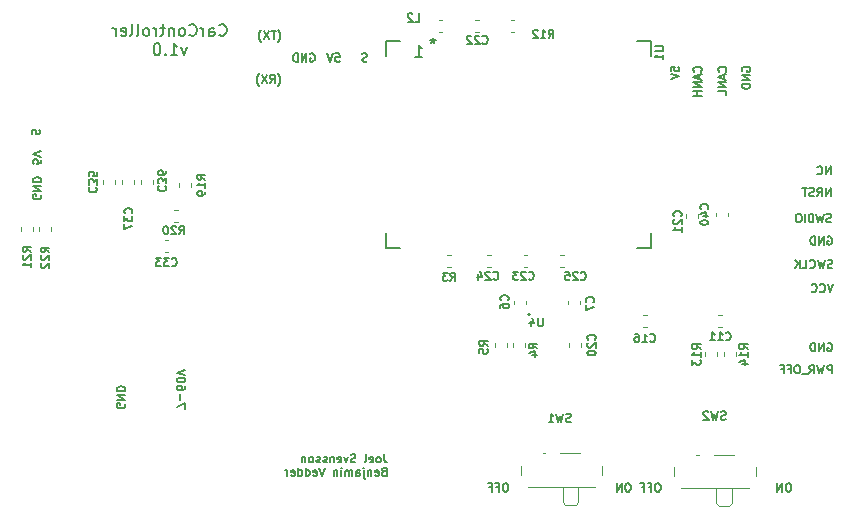
<source format=gbr>
G04 #@! TF.GenerationSoftware,KiCad,Pcbnew,5.99.0-unknown-529461e~100~ubuntu18.04.1*
G04 #@! TF.CreationDate,2019-11-06T10:36:20+01:00*
G04 #@! TF.ProjectId,f9p_board,6639705f-626f-4617-9264-2e6b69636164,rev?*
G04 #@! TF.SameCoordinates,Original*
G04 #@! TF.FileFunction,Legend,Bot*
G04 #@! TF.FilePolarity,Positive*
%FSLAX46Y46*%
G04 Gerber Fmt 4.6, Leading zero omitted, Abs format (unit mm)*
G04 Created by KiCad (PCBNEW 5.99.0-unknown-529461e~100~ubuntu18.04.1) date 2019-11-06 10:36:20*
%MOMM*%
%LPD*%
G04 APERTURE LIST*
%ADD10C,0.150000*%
%ADD11C,0.120000*%
%ADD12C,0.127000*%
G04 APERTURE END LIST*
D10*
X116135833Y-66866666D02*
X116135833Y-66166666D01*
X115735833Y-66866666D01*
X115735833Y-66166666D01*
X115002500Y-66800000D02*
X115035833Y-66833333D01*
X115135833Y-66866666D01*
X115202500Y-66866666D01*
X115302500Y-66833333D01*
X115369166Y-66766666D01*
X115402500Y-66700000D01*
X115435833Y-66566666D01*
X115435833Y-66466666D01*
X115402500Y-66333333D01*
X115369166Y-66266666D01*
X115302500Y-66200000D01*
X115202500Y-66166666D01*
X115135833Y-66166666D01*
X115035833Y-66200000D01*
X115002500Y-66233333D01*
X78335833Y-90553166D02*
X78335833Y-91053166D01*
X78369166Y-91153166D01*
X78435833Y-91219833D01*
X78535833Y-91253166D01*
X78602500Y-91253166D01*
X77902500Y-91253166D02*
X77969166Y-91219833D01*
X78002500Y-91186500D01*
X78035833Y-91119833D01*
X78035833Y-90919833D01*
X78002500Y-90853166D01*
X77969166Y-90819833D01*
X77902500Y-90786500D01*
X77802500Y-90786500D01*
X77735833Y-90819833D01*
X77702500Y-90853166D01*
X77669166Y-90919833D01*
X77669166Y-91119833D01*
X77702500Y-91186500D01*
X77735833Y-91219833D01*
X77802500Y-91253166D01*
X77902500Y-91253166D01*
X77102500Y-91219833D02*
X77169166Y-91253166D01*
X77302500Y-91253166D01*
X77369166Y-91219833D01*
X77402500Y-91153166D01*
X77402500Y-90886500D01*
X77369166Y-90819833D01*
X77302500Y-90786500D01*
X77169166Y-90786500D01*
X77102500Y-90819833D01*
X77069166Y-90886500D01*
X77069166Y-90953166D01*
X77402500Y-91019833D01*
X76669166Y-91253166D02*
X76735833Y-91219833D01*
X76769166Y-91153166D01*
X76769166Y-90553166D01*
X75902500Y-91219833D02*
X75802500Y-91253166D01*
X75635833Y-91253166D01*
X75569166Y-91219833D01*
X75535833Y-91186500D01*
X75502500Y-91119833D01*
X75502500Y-91053166D01*
X75535833Y-90986500D01*
X75569166Y-90953166D01*
X75635833Y-90919833D01*
X75769166Y-90886500D01*
X75835833Y-90853166D01*
X75869166Y-90819833D01*
X75902500Y-90753166D01*
X75902500Y-90686500D01*
X75869166Y-90619833D01*
X75835833Y-90586500D01*
X75769166Y-90553166D01*
X75602500Y-90553166D01*
X75502500Y-90586500D01*
X75269166Y-90786500D02*
X75102500Y-91253166D01*
X74935833Y-90786500D01*
X74402500Y-91219833D02*
X74469166Y-91253166D01*
X74602500Y-91253166D01*
X74669166Y-91219833D01*
X74702500Y-91153166D01*
X74702500Y-90886500D01*
X74669166Y-90819833D01*
X74602500Y-90786500D01*
X74469166Y-90786500D01*
X74402500Y-90819833D01*
X74369166Y-90886500D01*
X74369166Y-90953166D01*
X74702500Y-91019833D01*
X74069166Y-90786500D02*
X74069166Y-91253166D01*
X74069166Y-90853166D02*
X74035833Y-90819833D01*
X73969166Y-90786500D01*
X73869166Y-90786500D01*
X73802500Y-90819833D01*
X73769166Y-90886500D01*
X73769166Y-91253166D01*
X73469166Y-91219833D02*
X73402500Y-91253166D01*
X73269166Y-91253166D01*
X73202500Y-91219833D01*
X73169166Y-91153166D01*
X73169166Y-91119833D01*
X73202500Y-91053166D01*
X73269166Y-91019833D01*
X73369166Y-91019833D01*
X73435833Y-90986500D01*
X73469166Y-90919833D01*
X73469166Y-90886500D01*
X73435833Y-90819833D01*
X73369166Y-90786500D01*
X73269166Y-90786500D01*
X73202500Y-90819833D01*
X72902500Y-91219833D02*
X72835833Y-91253166D01*
X72702500Y-91253166D01*
X72635833Y-91219833D01*
X72602500Y-91153166D01*
X72602500Y-91119833D01*
X72635833Y-91053166D01*
X72702500Y-91019833D01*
X72802500Y-91019833D01*
X72869166Y-90986500D01*
X72902500Y-90919833D01*
X72902500Y-90886500D01*
X72869166Y-90819833D01*
X72802500Y-90786500D01*
X72702500Y-90786500D01*
X72635833Y-90819833D01*
X72202500Y-91253166D02*
X72269166Y-91219833D01*
X72302500Y-91186500D01*
X72335833Y-91119833D01*
X72335833Y-90919833D01*
X72302500Y-90853166D01*
X72269166Y-90819833D01*
X72202500Y-90786500D01*
X72102500Y-90786500D01*
X72035833Y-90819833D01*
X72002500Y-90853166D01*
X71969166Y-90919833D01*
X71969166Y-91119833D01*
X72002500Y-91186500D01*
X72035833Y-91219833D01*
X72102500Y-91253166D01*
X72202500Y-91253166D01*
X71669166Y-90786500D02*
X71669166Y-91253166D01*
X71669166Y-90853166D02*
X71635833Y-90819833D01*
X71569166Y-90786500D01*
X71469166Y-90786500D01*
X71402500Y-90819833D01*
X71369166Y-90886500D01*
X71369166Y-91253166D01*
X78302500Y-92013500D02*
X78202500Y-92046833D01*
X78169166Y-92080166D01*
X78135833Y-92146833D01*
X78135833Y-92246833D01*
X78169166Y-92313500D01*
X78202500Y-92346833D01*
X78269166Y-92380166D01*
X78535833Y-92380166D01*
X78535833Y-91680166D01*
X78302500Y-91680166D01*
X78235833Y-91713500D01*
X78202500Y-91746833D01*
X78169166Y-91813500D01*
X78169166Y-91880166D01*
X78202500Y-91946833D01*
X78235833Y-91980166D01*
X78302500Y-92013500D01*
X78535833Y-92013500D01*
X77569166Y-92346833D02*
X77635833Y-92380166D01*
X77769166Y-92380166D01*
X77835833Y-92346833D01*
X77869166Y-92280166D01*
X77869166Y-92013500D01*
X77835833Y-91946833D01*
X77769166Y-91913500D01*
X77635833Y-91913500D01*
X77569166Y-91946833D01*
X77535833Y-92013500D01*
X77535833Y-92080166D01*
X77869166Y-92146833D01*
X77235833Y-91913500D02*
X77235833Y-92380166D01*
X77235833Y-91980166D02*
X77202500Y-91946833D01*
X77135833Y-91913500D01*
X77035833Y-91913500D01*
X76969166Y-91946833D01*
X76935833Y-92013500D01*
X76935833Y-92380166D01*
X76602500Y-91913500D02*
X76602500Y-92513500D01*
X76635833Y-92580166D01*
X76702500Y-92613500D01*
X76735833Y-92613500D01*
X76602500Y-91680166D02*
X76635833Y-91713500D01*
X76602500Y-91746833D01*
X76569166Y-91713500D01*
X76602500Y-91680166D01*
X76602500Y-91746833D01*
X75969166Y-92380166D02*
X75969166Y-92013500D01*
X76002500Y-91946833D01*
X76069166Y-91913500D01*
X76202500Y-91913500D01*
X76269166Y-91946833D01*
X75969166Y-92346833D02*
X76035833Y-92380166D01*
X76202500Y-92380166D01*
X76269166Y-92346833D01*
X76302500Y-92280166D01*
X76302500Y-92213500D01*
X76269166Y-92146833D01*
X76202500Y-92113500D01*
X76035833Y-92113500D01*
X75969166Y-92080166D01*
X75635833Y-92380166D02*
X75635833Y-91913500D01*
X75635833Y-91980166D02*
X75602500Y-91946833D01*
X75535833Y-91913500D01*
X75435833Y-91913500D01*
X75369166Y-91946833D01*
X75335833Y-92013500D01*
X75335833Y-92380166D01*
X75335833Y-92013500D02*
X75302500Y-91946833D01*
X75235833Y-91913500D01*
X75135833Y-91913500D01*
X75069166Y-91946833D01*
X75035833Y-92013500D01*
X75035833Y-92380166D01*
X74702500Y-92380166D02*
X74702500Y-91913500D01*
X74702500Y-91680166D02*
X74735833Y-91713500D01*
X74702500Y-91746833D01*
X74669166Y-91713500D01*
X74702500Y-91680166D01*
X74702500Y-91746833D01*
X74369166Y-91913500D02*
X74369166Y-92380166D01*
X74369166Y-91980166D02*
X74335833Y-91946833D01*
X74269166Y-91913500D01*
X74169166Y-91913500D01*
X74102500Y-91946833D01*
X74069166Y-92013500D01*
X74069166Y-92380166D01*
X73302500Y-91680166D02*
X73069166Y-92380166D01*
X72835833Y-91680166D01*
X72335833Y-92346833D02*
X72402500Y-92380166D01*
X72535833Y-92380166D01*
X72602500Y-92346833D01*
X72635833Y-92280166D01*
X72635833Y-92013500D01*
X72602500Y-91946833D01*
X72535833Y-91913500D01*
X72402500Y-91913500D01*
X72335833Y-91946833D01*
X72302500Y-92013500D01*
X72302500Y-92080166D01*
X72635833Y-92146833D01*
X71702500Y-92380166D02*
X71702500Y-91680166D01*
X71702500Y-92346833D02*
X71769166Y-92380166D01*
X71902500Y-92380166D01*
X71969166Y-92346833D01*
X72002500Y-92313500D01*
X72035833Y-92246833D01*
X72035833Y-92046833D01*
X72002500Y-91980166D01*
X71969166Y-91946833D01*
X71902500Y-91913500D01*
X71769166Y-91913500D01*
X71702500Y-91946833D01*
X71069166Y-92380166D02*
X71069166Y-91680166D01*
X71069166Y-92346833D02*
X71135833Y-92380166D01*
X71269166Y-92380166D01*
X71335833Y-92346833D01*
X71369166Y-92313500D01*
X71402500Y-92246833D01*
X71402500Y-92046833D01*
X71369166Y-91980166D01*
X71335833Y-91946833D01*
X71269166Y-91913500D01*
X71135833Y-91913500D01*
X71069166Y-91946833D01*
X70469166Y-92346833D02*
X70535833Y-92380166D01*
X70669166Y-92380166D01*
X70735833Y-92346833D01*
X70769166Y-92280166D01*
X70769166Y-92013500D01*
X70735833Y-91946833D01*
X70669166Y-91913500D01*
X70535833Y-91913500D01*
X70469166Y-91946833D01*
X70435833Y-92013500D01*
X70435833Y-92080166D01*
X70769166Y-92146833D01*
X70135833Y-92380166D02*
X70135833Y-91913500D01*
X70135833Y-92046833D02*
X70102500Y-91980166D01*
X70069166Y-91946833D01*
X70002500Y-91913500D01*
X69935833Y-91913500D01*
X64366666Y-55052142D02*
X64414285Y-55099761D01*
X64557142Y-55147380D01*
X64652380Y-55147380D01*
X64795238Y-55099761D01*
X64890476Y-55004523D01*
X64938095Y-54909285D01*
X64985714Y-54718809D01*
X64985714Y-54575952D01*
X64938095Y-54385476D01*
X64890476Y-54290238D01*
X64795238Y-54195000D01*
X64652380Y-54147380D01*
X64557142Y-54147380D01*
X64414285Y-54195000D01*
X64366666Y-54242619D01*
X63509523Y-55147380D02*
X63509523Y-54623571D01*
X63557142Y-54528333D01*
X63652380Y-54480714D01*
X63842857Y-54480714D01*
X63938095Y-54528333D01*
X63509523Y-55099761D02*
X63604761Y-55147380D01*
X63842857Y-55147380D01*
X63938095Y-55099761D01*
X63985714Y-55004523D01*
X63985714Y-54909285D01*
X63938095Y-54814047D01*
X63842857Y-54766428D01*
X63604761Y-54766428D01*
X63509523Y-54718809D01*
X63033333Y-55147380D02*
X63033333Y-54480714D01*
X63033333Y-54671190D02*
X62985714Y-54575952D01*
X62938095Y-54528333D01*
X62842857Y-54480714D01*
X62747619Y-54480714D01*
X61842857Y-55052142D02*
X61890476Y-55099761D01*
X62033333Y-55147380D01*
X62128571Y-55147380D01*
X62271428Y-55099761D01*
X62366666Y-55004523D01*
X62414285Y-54909285D01*
X62461904Y-54718809D01*
X62461904Y-54575952D01*
X62414285Y-54385476D01*
X62366666Y-54290238D01*
X62271428Y-54195000D01*
X62128571Y-54147380D01*
X62033333Y-54147380D01*
X61890476Y-54195000D01*
X61842857Y-54242619D01*
X61271428Y-55147380D02*
X61366666Y-55099761D01*
X61414285Y-55052142D01*
X61461904Y-54956904D01*
X61461904Y-54671190D01*
X61414285Y-54575952D01*
X61366666Y-54528333D01*
X61271428Y-54480714D01*
X61128571Y-54480714D01*
X61033333Y-54528333D01*
X60985714Y-54575952D01*
X60938095Y-54671190D01*
X60938095Y-54956904D01*
X60985714Y-55052142D01*
X61033333Y-55099761D01*
X61128571Y-55147380D01*
X61271428Y-55147380D01*
X60509523Y-54480714D02*
X60509523Y-55147380D01*
X60509523Y-54575952D02*
X60461904Y-54528333D01*
X60366666Y-54480714D01*
X60223809Y-54480714D01*
X60128571Y-54528333D01*
X60080952Y-54623571D01*
X60080952Y-55147380D01*
X59747619Y-54480714D02*
X59366666Y-54480714D01*
X59604761Y-54147380D02*
X59604761Y-55004523D01*
X59557142Y-55099761D01*
X59461904Y-55147380D01*
X59366666Y-55147380D01*
X59033333Y-55147380D02*
X59033333Y-54480714D01*
X59033333Y-54671190D02*
X58985714Y-54575952D01*
X58938095Y-54528333D01*
X58842857Y-54480714D01*
X58747619Y-54480714D01*
X58271428Y-55147380D02*
X58366666Y-55099761D01*
X58414285Y-55052142D01*
X58461904Y-54956904D01*
X58461904Y-54671190D01*
X58414285Y-54575952D01*
X58366666Y-54528333D01*
X58271428Y-54480714D01*
X58128571Y-54480714D01*
X58033333Y-54528333D01*
X57985714Y-54575952D01*
X57938095Y-54671190D01*
X57938095Y-54956904D01*
X57985714Y-55052142D01*
X58033333Y-55099761D01*
X58128571Y-55147380D01*
X58271428Y-55147380D01*
X57366666Y-55147380D02*
X57461904Y-55099761D01*
X57509523Y-55004523D01*
X57509523Y-54147380D01*
X56842857Y-55147380D02*
X56938095Y-55099761D01*
X56985714Y-55004523D01*
X56985714Y-54147380D01*
X56080952Y-55099761D02*
X56176190Y-55147380D01*
X56366666Y-55147380D01*
X56461904Y-55099761D01*
X56509523Y-55004523D01*
X56509523Y-54623571D01*
X56461904Y-54528333D01*
X56366666Y-54480714D01*
X56176190Y-54480714D01*
X56080952Y-54528333D01*
X56033333Y-54623571D01*
X56033333Y-54718809D01*
X56509523Y-54814047D01*
X55604761Y-55147380D02*
X55604761Y-54480714D01*
X55604761Y-54671190D02*
X55557142Y-54575952D01*
X55509523Y-54528333D01*
X55414285Y-54480714D01*
X55319047Y-54480714D01*
X61628571Y-56090714D02*
X61390476Y-56757380D01*
X61152380Y-56090714D01*
X60247619Y-56757380D02*
X60819047Y-56757380D01*
X60533333Y-56757380D02*
X60533333Y-55757380D01*
X60628571Y-55900238D01*
X60723809Y-55995476D01*
X60819047Y-56043095D01*
X59819047Y-56662142D02*
X59771428Y-56709761D01*
X59819047Y-56757380D01*
X59866666Y-56709761D01*
X59819047Y-56662142D01*
X59819047Y-56757380D01*
X59152380Y-55757380D02*
X59057142Y-55757380D01*
X58961904Y-55805000D01*
X58914285Y-55852619D01*
X58866666Y-55947857D01*
X58819047Y-56138333D01*
X58819047Y-56376428D01*
X58866666Y-56566904D01*
X58914285Y-56662142D01*
X58961904Y-56709761D01*
X59057142Y-56757380D01*
X59152380Y-56757380D01*
X59247619Y-56709761D01*
X59295238Y-56662142D01*
X59342857Y-56566904D01*
X59390476Y-56376428D01*
X59390476Y-56138333D01*
X59342857Y-55947857D01*
X59295238Y-55852619D01*
X59247619Y-55805000D01*
X59152380Y-55757380D01*
X69335833Y-59383333D02*
X69369166Y-59350000D01*
X69435833Y-59250000D01*
X69469166Y-59183333D01*
X69502500Y-59083333D01*
X69535833Y-58916666D01*
X69535833Y-58783333D01*
X69502500Y-58616666D01*
X69469166Y-58516666D01*
X69435833Y-58450000D01*
X69369166Y-58350000D01*
X69335833Y-58316666D01*
X68669166Y-59116666D02*
X68902500Y-58783333D01*
X69069166Y-59116666D02*
X69069166Y-58416666D01*
X68802500Y-58416666D01*
X68735833Y-58450000D01*
X68702500Y-58483333D01*
X68669166Y-58550000D01*
X68669166Y-58650000D01*
X68702500Y-58716666D01*
X68735833Y-58750000D01*
X68802500Y-58783333D01*
X69069166Y-58783333D01*
X68435833Y-58416666D02*
X67969166Y-59116666D01*
X67969166Y-58416666D02*
X68435833Y-59116666D01*
X67769166Y-59383333D02*
X67735833Y-59350000D01*
X67669166Y-59250000D01*
X67635833Y-59183333D01*
X67602500Y-59083333D01*
X67569166Y-58916666D01*
X67569166Y-58783333D01*
X67602500Y-58616666D01*
X67635833Y-58516666D01*
X67669166Y-58450000D01*
X67735833Y-58350000D01*
X67769166Y-58316666D01*
X69335833Y-55683333D02*
X69369166Y-55650000D01*
X69435833Y-55550000D01*
X69469166Y-55483333D01*
X69502500Y-55383333D01*
X69535833Y-55216666D01*
X69535833Y-55083333D01*
X69502500Y-54916666D01*
X69469166Y-54816666D01*
X69435833Y-54750000D01*
X69369166Y-54650000D01*
X69335833Y-54616666D01*
X69169166Y-54716666D02*
X68769166Y-54716666D01*
X68969166Y-55416666D02*
X68969166Y-54716666D01*
X68602500Y-54716666D02*
X68135833Y-55416666D01*
X68135833Y-54716666D02*
X68602500Y-55416666D01*
X67935833Y-55683333D02*
X67902500Y-55650000D01*
X67835833Y-55550000D01*
X67802500Y-55483333D01*
X67769166Y-55383333D01*
X67735833Y-55216666D01*
X67735833Y-55083333D01*
X67769166Y-54916666D01*
X67802500Y-54816666D01*
X67835833Y-54750000D01*
X67902500Y-54650000D01*
X67935833Y-54616666D01*
X102616666Y-58097500D02*
X102616666Y-57764166D01*
X102950000Y-57730833D01*
X102916666Y-57764166D01*
X102883333Y-57830833D01*
X102883333Y-57997500D01*
X102916666Y-58064166D01*
X102950000Y-58097500D01*
X103016666Y-58130833D01*
X103183333Y-58130833D01*
X103250000Y-58097500D01*
X103283333Y-58064166D01*
X103316666Y-57997500D01*
X103316666Y-57830833D01*
X103283333Y-57764166D01*
X103250000Y-57730833D01*
X102616666Y-58330833D02*
X103316666Y-58564166D01*
X102616666Y-58797500D01*
X105150000Y-58164166D02*
X105183333Y-58130833D01*
X105216666Y-58030833D01*
X105216666Y-57964166D01*
X105183333Y-57864166D01*
X105116666Y-57797500D01*
X105050000Y-57764166D01*
X104916666Y-57730833D01*
X104816666Y-57730833D01*
X104683333Y-57764166D01*
X104616666Y-57797500D01*
X104550000Y-57864166D01*
X104516666Y-57964166D01*
X104516666Y-58030833D01*
X104550000Y-58130833D01*
X104583333Y-58164166D01*
X105016666Y-58430833D02*
X105016666Y-58764166D01*
X105216666Y-58364166D02*
X104516666Y-58597500D01*
X105216666Y-58830833D01*
X105216666Y-59064166D02*
X104516666Y-59064166D01*
X105216666Y-59464166D01*
X104516666Y-59464166D01*
X105216666Y-59797500D02*
X104516666Y-59797500D01*
X104850000Y-59797500D02*
X104850000Y-60197500D01*
X105216666Y-60197500D02*
X104516666Y-60197500D01*
X107250000Y-58164166D02*
X107283333Y-58130833D01*
X107316666Y-58030833D01*
X107316666Y-57964166D01*
X107283333Y-57864166D01*
X107216666Y-57797500D01*
X107150000Y-57764166D01*
X107016666Y-57730833D01*
X106916666Y-57730833D01*
X106783333Y-57764166D01*
X106716666Y-57797500D01*
X106650000Y-57864166D01*
X106616666Y-57964166D01*
X106616666Y-58030833D01*
X106650000Y-58130833D01*
X106683333Y-58164166D01*
X107116666Y-58430833D02*
X107116666Y-58764166D01*
X107316666Y-58364166D02*
X106616666Y-58597500D01*
X107316666Y-58830833D01*
X107316666Y-59064166D02*
X106616666Y-59064166D01*
X107316666Y-59464166D01*
X106616666Y-59464166D01*
X107316666Y-60130833D02*
X107316666Y-59797500D01*
X106616666Y-59797500D01*
X108650000Y-58130833D02*
X108616666Y-58064166D01*
X108616666Y-57964166D01*
X108650000Y-57864166D01*
X108716666Y-57797500D01*
X108783333Y-57764166D01*
X108916666Y-57730833D01*
X109016666Y-57730833D01*
X109150000Y-57764166D01*
X109216666Y-57797500D01*
X109283333Y-57864166D01*
X109316666Y-57964166D01*
X109316666Y-58030833D01*
X109283333Y-58130833D01*
X109250000Y-58164166D01*
X109016666Y-58164166D01*
X109016666Y-58030833D01*
X109316666Y-58464166D02*
X108616666Y-58464166D01*
X109316666Y-58864166D01*
X108616666Y-58864166D01*
X109316666Y-59197500D02*
X108616666Y-59197500D01*
X108616666Y-59364166D01*
X108650000Y-59464166D01*
X108716666Y-59530833D01*
X108783333Y-59564166D01*
X108916666Y-59597500D01*
X109016666Y-59597500D01*
X109150000Y-59564166D01*
X109216666Y-59530833D01*
X109283333Y-59464166D01*
X109316666Y-59364166D01*
X109316666Y-59197500D01*
X72069166Y-56650000D02*
X72135833Y-56616666D01*
X72235833Y-56616666D01*
X72335833Y-56650000D01*
X72402500Y-56716666D01*
X72435833Y-56783333D01*
X72469166Y-56916666D01*
X72469166Y-57016666D01*
X72435833Y-57150000D01*
X72402500Y-57216666D01*
X72335833Y-57283333D01*
X72235833Y-57316666D01*
X72169166Y-57316666D01*
X72069166Y-57283333D01*
X72035833Y-57250000D01*
X72035833Y-57016666D01*
X72169166Y-57016666D01*
X71735833Y-57316666D02*
X71735833Y-56616666D01*
X71335833Y-57316666D01*
X71335833Y-56616666D01*
X71002500Y-57316666D02*
X71002500Y-56616666D01*
X70835833Y-56616666D01*
X70735833Y-56650000D01*
X70669166Y-56716666D01*
X70635833Y-56783333D01*
X70602500Y-56916666D01*
X70602500Y-57016666D01*
X70635833Y-57150000D01*
X70669166Y-57216666D01*
X70735833Y-57283333D01*
X70835833Y-57316666D01*
X71002500Y-57316666D01*
X76869166Y-57283333D02*
X76769166Y-57316666D01*
X76602500Y-57316666D01*
X76535833Y-57283333D01*
X76502500Y-57250000D01*
X76469166Y-57183333D01*
X76469166Y-57116666D01*
X76502500Y-57050000D01*
X76535833Y-57016666D01*
X76602500Y-56983333D01*
X76735833Y-56950000D01*
X76802500Y-56916666D01*
X76835833Y-56883333D01*
X76869166Y-56816666D01*
X76869166Y-56750000D01*
X76835833Y-56683333D01*
X76802500Y-56650000D01*
X76735833Y-56616666D01*
X76569166Y-56616666D01*
X76469166Y-56650000D01*
X74202500Y-56616666D02*
X74535833Y-56616666D01*
X74569166Y-56950000D01*
X74535833Y-56916666D01*
X74469166Y-56883333D01*
X74302500Y-56883333D01*
X74235833Y-56916666D01*
X74202500Y-56950000D01*
X74169166Y-57016666D01*
X74169166Y-57183333D01*
X74202500Y-57250000D01*
X74235833Y-57283333D01*
X74302500Y-57316666D01*
X74469166Y-57316666D01*
X74535833Y-57283333D01*
X74569166Y-57250000D01*
X73969166Y-56616666D02*
X73735833Y-57316666D01*
X73502500Y-56616666D01*
X48516666Y-63469166D02*
X48483333Y-63369166D01*
X48483333Y-63202500D01*
X48516666Y-63135833D01*
X48550000Y-63102500D01*
X48616666Y-63069166D01*
X48683333Y-63069166D01*
X48750000Y-63102500D01*
X48783333Y-63135833D01*
X48816666Y-63202500D01*
X48850000Y-63335833D01*
X48883333Y-63402500D01*
X48916666Y-63435833D01*
X48983333Y-63469166D01*
X49050000Y-63469166D01*
X49116666Y-63435833D01*
X49150000Y-63402500D01*
X49183333Y-63335833D01*
X49183333Y-63169166D01*
X49150000Y-63069166D01*
X49283333Y-65602500D02*
X49283333Y-65935833D01*
X48950000Y-65969166D01*
X48983333Y-65935833D01*
X49016666Y-65869166D01*
X49016666Y-65702500D01*
X48983333Y-65635833D01*
X48950000Y-65602500D01*
X48883333Y-65569166D01*
X48716666Y-65569166D01*
X48650000Y-65602500D01*
X48616666Y-65635833D01*
X48583333Y-65702500D01*
X48583333Y-65869166D01*
X48616666Y-65935833D01*
X48650000Y-65969166D01*
X49283333Y-65369166D02*
X48583333Y-65135833D01*
X49283333Y-64902500D01*
X49250000Y-68569166D02*
X49283333Y-68635833D01*
X49283333Y-68735833D01*
X49250000Y-68835833D01*
X49183333Y-68902500D01*
X49116666Y-68935833D01*
X48983333Y-68969166D01*
X48883333Y-68969166D01*
X48750000Y-68935833D01*
X48683333Y-68902500D01*
X48616666Y-68835833D01*
X48583333Y-68735833D01*
X48583333Y-68669166D01*
X48616666Y-68569166D01*
X48650000Y-68535833D01*
X48883333Y-68535833D01*
X48883333Y-68669166D01*
X48583333Y-68235833D02*
X49283333Y-68235833D01*
X48583333Y-67835833D01*
X49283333Y-67835833D01*
X48583333Y-67502500D02*
X49283333Y-67502500D01*
X49283333Y-67335833D01*
X49250000Y-67235833D01*
X49183333Y-67169166D01*
X49116666Y-67135833D01*
X48983333Y-67102500D01*
X48883333Y-67102500D01*
X48750000Y-67135833D01*
X48683333Y-67169166D01*
X48616666Y-67235833D01*
X48583333Y-67335833D01*
X48583333Y-67502500D01*
X61483333Y-86702500D02*
X61483333Y-86235833D01*
X60783333Y-86535833D01*
X61050000Y-85969166D02*
X61050000Y-85435833D01*
X61483333Y-84802500D02*
X61483333Y-84935833D01*
X61450000Y-85002500D01*
X61416666Y-85035833D01*
X61316666Y-85102500D01*
X61183333Y-85135833D01*
X60916666Y-85135833D01*
X60850000Y-85102500D01*
X60816666Y-85069166D01*
X60783333Y-85002500D01*
X60783333Y-84869166D01*
X60816666Y-84802500D01*
X60850000Y-84769166D01*
X60916666Y-84735833D01*
X61083333Y-84735833D01*
X61150000Y-84769166D01*
X61183333Y-84802500D01*
X61216666Y-84869166D01*
X61216666Y-85002500D01*
X61183333Y-85069166D01*
X61150000Y-85102500D01*
X61083333Y-85135833D01*
X61483333Y-84302500D02*
X61483333Y-84235833D01*
X61450000Y-84169166D01*
X61416666Y-84135833D01*
X61350000Y-84102500D01*
X61216666Y-84069166D01*
X61050000Y-84069166D01*
X60916666Y-84102500D01*
X60850000Y-84135833D01*
X60816666Y-84169166D01*
X60783333Y-84235833D01*
X60783333Y-84302500D01*
X60816666Y-84369166D01*
X60850000Y-84402500D01*
X60916666Y-84435833D01*
X61050000Y-84469166D01*
X61216666Y-84469166D01*
X61350000Y-84435833D01*
X61416666Y-84402500D01*
X61450000Y-84369166D01*
X61483333Y-84302500D01*
X61483333Y-83869166D02*
X60783333Y-83635833D01*
X61483333Y-83402500D01*
X56350000Y-86269166D02*
X56383333Y-86335833D01*
X56383333Y-86435833D01*
X56350000Y-86535833D01*
X56283333Y-86602500D01*
X56216666Y-86635833D01*
X56083333Y-86669166D01*
X55983333Y-86669166D01*
X55850000Y-86635833D01*
X55783333Y-86602500D01*
X55716666Y-86535833D01*
X55683333Y-86435833D01*
X55683333Y-86369166D01*
X55716666Y-86269166D01*
X55750000Y-86235833D01*
X55983333Y-86235833D01*
X55983333Y-86369166D01*
X55683333Y-85935833D02*
X56383333Y-85935833D01*
X55683333Y-85535833D01*
X56383333Y-85535833D01*
X55683333Y-85202500D02*
X56383333Y-85202500D01*
X56383333Y-85035833D01*
X56350000Y-84935833D01*
X56283333Y-84869166D01*
X56216666Y-84835833D01*
X56083333Y-84802500D01*
X55983333Y-84802500D01*
X55850000Y-84835833D01*
X55783333Y-84869166D01*
X55716666Y-84935833D01*
X55683333Y-85035833D01*
X55683333Y-85202500D01*
X116235833Y-83716666D02*
X116235833Y-83016666D01*
X115969166Y-83016666D01*
X115902500Y-83050000D01*
X115869166Y-83083333D01*
X115835833Y-83150000D01*
X115835833Y-83250000D01*
X115869166Y-83316666D01*
X115902500Y-83350000D01*
X115969166Y-83383333D01*
X116235833Y-83383333D01*
X115602500Y-83016666D02*
X115435833Y-83716666D01*
X115302500Y-83216666D01*
X115169166Y-83716666D01*
X115002500Y-83016666D01*
X114335833Y-83716666D02*
X114569166Y-83383333D01*
X114735833Y-83716666D02*
X114735833Y-83016666D01*
X114469166Y-83016666D01*
X114402500Y-83050000D01*
X114369166Y-83083333D01*
X114335833Y-83150000D01*
X114335833Y-83250000D01*
X114369166Y-83316666D01*
X114402500Y-83350000D01*
X114469166Y-83383333D01*
X114735833Y-83383333D01*
X114202500Y-83783333D02*
X113669166Y-83783333D01*
X113369166Y-83016666D02*
X113235833Y-83016666D01*
X113169166Y-83050000D01*
X113102500Y-83116666D01*
X113069166Y-83250000D01*
X113069166Y-83483333D01*
X113102500Y-83616666D01*
X113169166Y-83683333D01*
X113235833Y-83716666D01*
X113369166Y-83716666D01*
X113435833Y-83683333D01*
X113502500Y-83616666D01*
X113535833Y-83483333D01*
X113535833Y-83250000D01*
X113502500Y-83116666D01*
X113435833Y-83050000D01*
X113369166Y-83016666D01*
X112535833Y-83350000D02*
X112769166Y-83350000D01*
X112769166Y-83716666D02*
X112769166Y-83016666D01*
X112435833Y-83016666D01*
X111935833Y-83350000D02*
X112169166Y-83350000D01*
X112169166Y-83716666D02*
X112169166Y-83016666D01*
X111835833Y-83016666D01*
X115869166Y-81150000D02*
X115935833Y-81116666D01*
X116035833Y-81116666D01*
X116135833Y-81150000D01*
X116202500Y-81216666D01*
X116235833Y-81283333D01*
X116269166Y-81416666D01*
X116269166Y-81516666D01*
X116235833Y-81650000D01*
X116202500Y-81716666D01*
X116135833Y-81783333D01*
X116035833Y-81816666D01*
X115969166Y-81816666D01*
X115869166Y-81783333D01*
X115835833Y-81750000D01*
X115835833Y-81516666D01*
X115969166Y-81516666D01*
X115535833Y-81816666D02*
X115535833Y-81116666D01*
X115135833Y-81816666D01*
X115135833Y-81116666D01*
X114802500Y-81816666D02*
X114802500Y-81116666D01*
X114635833Y-81116666D01*
X114535833Y-81150000D01*
X114469166Y-81216666D01*
X114435833Y-81283333D01*
X114402500Y-81416666D01*
X114402500Y-81516666D01*
X114435833Y-81650000D01*
X114469166Y-81716666D01*
X114535833Y-81783333D01*
X114635833Y-81816666D01*
X114802500Y-81816666D01*
X116335833Y-76116666D02*
X116102500Y-76816666D01*
X115869166Y-76116666D01*
X115235833Y-76750000D02*
X115269166Y-76783333D01*
X115369166Y-76816666D01*
X115435833Y-76816666D01*
X115535833Y-76783333D01*
X115602500Y-76716666D01*
X115635833Y-76650000D01*
X115669166Y-76516666D01*
X115669166Y-76416666D01*
X115635833Y-76283333D01*
X115602500Y-76216666D01*
X115535833Y-76150000D01*
X115435833Y-76116666D01*
X115369166Y-76116666D01*
X115269166Y-76150000D01*
X115235833Y-76183333D01*
X114535833Y-76750000D02*
X114569166Y-76783333D01*
X114669166Y-76816666D01*
X114735833Y-76816666D01*
X114835833Y-76783333D01*
X114902500Y-76716666D01*
X114935833Y-76650000D01*
X114969166Y-76516666D01*
X114969166Y-76416666D01*
X114935833Y-76283333D01*
X114902500Y-76216666D01*
X114835833Y-76150000D01*
X114735833Y-76116666D01*
X114669166Y-76116666D01*
X114569166Y-76150000D01*
X114535833Y-76183333D01*
X116269166Y-74783333D02*
X116169166Y-74816666D01*
X116002500Y-74816666D01*
X115935833Y-74783333D01*
X115902500Y-74750000D01*
X115869166Y-74683333D01*
X115869166Y-74616666D01*
X115902500Y-74550000D01*
X115935833Y-74516666D01*
X116002500Y-74483333D01*
X116135833Y-74450000D01*
X116202500Y-74416666D01*
X116235833Y-74383333D01*
X116269166Y-74316666D01*
X116269166Y-74250000D01*
X116235833Y-74183333D01*
X116202500Y-74150000D01*
X116135833Y-74116666D01*
X115969166Y-74116666D01*
X115869166Y-74150000D01*
X115635833Y-74116666D02*
X115469166Y-74816666D01*
X115335833Y-74316666D01*
X115202500Y-74816666D01*
X115035833Y-74116666D01*
X114369166Y-74750000D02*
X114402500Y-74783333D01*
X114502500Y-74816666D01*
X114569166Y-74816666D01*
X114669166Y-74783333D01*
X114735833Y-74716666D01*
X114769166Y-74650000D01*
X114802500Y-74516666D01*
X114802500Y-74416666D01*
X114769166Y-74283333D01*
X114735833Y-74216666D01*
X114669166Y-74150000D01*
X114569166Y-74116666D01*
X114502500Y-74116666D01*
X114402500Y-74150000D01*
X114369166Y-74183333D01*
X113735833Y-74816666D02*
X114069166Y-74816666D01*
X114069166Y-74116666D01*
X113502500Y-74816666D02*
X113502500Y-74116666D01*
X113102500Y-74816666D02*
X113402500Y-74416666D01*
X113102500Y-74116666D02*
X113502500Y-74516666D01*
X115869166Y-72150000D02*
X115935833Y-72116666D01*
X116035833Y-72116666D01*
X116135833Y-72150000D01*
X116202500Y-72216666D01*
X116235833Y-72283333D01*
X116269166Y-72416666D01*
X116269166Y-72516666D01*
X116235833Y-72650000D01*
X116202500Y-72716666D01*
X116135833Y-72783333D01*
X116035833Y-72816666D01*
X115969166Y-72816666D01*
X115869166Y-72783333D01*
X115835833Y-72750000D01*
X115835833Y-72516666D01*
X115969166Y-72516666D01*
X115535833Y-72816666D02*
X115535833Y-72116666D01*
X115135833Y-72816666D01*
X115135833Y-72116666D01*
X114802500Y-72816666D02*
X114802500Y-72116666D01*
X114635833Y-72116666D01*
X114535833Y-72150000D01*
X114469166Y-72216666D01*
X114435833Y-72283333D01*
X114402500Y-72416666D01*
X114402500Y-72516666D01*
X114435833Y-72650000D01*
X114469166Y-72716666D01*
X114535833Y-72783333D01*
X114635833Y-72816666D01*
X114802500Y-72816666D01*
X116169166Y-70883333D02*
X116069166Y-70916666D01*
X115902500Y-70916666D01*
X115835833Y-70883333D01*
X115802500Y-70850000D01*
X115769166Y-70783333D01*
X115769166Y-70716666D01*
X115802500Y-70650000D01*
X115835833Y-70616666D01*
X115902500Y-70583333D01*
X116035833Y-70550000D01*
X116102500Y-70516666D01*
X116135833Y-70483333D01*
X116169166Y-70416666D01*
X116169166Y-70350000D01*
X116135833Y-70283333D01*
X116102500Y-70250000D01*
X116035833Y-70216666D01*
X115869166Y-70216666D01*
X115769166Y-70250000D01*
X115535833Y-70216666D02*
X115369166Y-70916666D01*
X115235833Y-70416666D01*
X115102500Y-70916666D01*
X114935833Y-70216666D01*
X114669166Y-70916666D02*
X114669166Y-70216666D01*
X114502500Y-70216666D01*
X114402500Y-70250000D01*
X114335833Y-70316666D01*
X114302500Y-70383333D01*
X114269166Y-70516666D01*
X114269166Y-70616666D01*
X114302500Y-70750000D01*
X114335833Y-70816666D01*
X114402500Y-70883333D01*
X114502500Y-70916666D01*
X114669166Y-70916666D01*
X113969166Y-70916666D02*
X113969166Y-70216666D01*
X113502500Y-70216666D02*
X113369166Y-70216666D01*
X113302500Y-70250000D01*
X113235833Y-70316666D01*
X113202500Y-70450000D01*
X113202500Y-70683333D01*
X113235833Y-70816666D01*
X113302500Y-70883333D01*
X113369166Y-70916666D01*
X113502500Y-70916666D01*
X113569166Y-70883333D01*
X113635833Y-70816666D01*
X113669166Y-70683333D01*
X113669166Y-70450000D01*
X113635833Y-70316666D01*
X113569166Y-70250000D01*
X113502500Y-70216666D01*
X116135833Y-68716666D02*
X116135833Y-68016666D01*
X115735833Y-68716666D01*
X115735833Y-68016666D01*
X115002500Y-68716666D02*
X115235833Y-68383333D01*
X115402500Y-68716666D02*
X115402500Y-68016666D01*
X115135833Y-68016666D01*
X115069166Y-68050000D01*
X115035833Y-68083333D01*
X115002500Y-68150000D01*
X115002500Y-68250000D01*
X115035833Y-68316666D01*
X115069166Y-68350000D01*
X115135833Y-68383333D01*
X115402500Y-68383333D01*
X114735833Y-68683333D02*
X114635833Y-68716666D01*
X114469166Y-68716666D01*
X114402500Y-68683333D01*
X114369166Y-68650000D01*
X114335833Y-68583333D01*
X114335833Y-68516666D01*
X114369166Y-68450000D01*
X114402500Y-68416666D01*
X114469166Y-68383333D01*
X114602500Y-68350000D01*
X114669166Y-68316666D01*
X114702500Y-68283333D01*
X114735833Y-68216666D01*
X114735833Y-68150000D01*
X114702500Y-68083333D01*
X114669166Y-68050000D01*
X114602500Y-68016666D01*
X114435833Y-68016666D01*
X114335833Y-68050000D01*
X114135833Y-68016666D02*
X113735833Y-68016666D01*
X113935833Y-68716666D02*
X113935833Y-68016666D01*
X112633333Y-93016666D02*
X112500000Y-93016666D01*
X112433333Y-93050000D01*
X112366666Y-93116666D01*
X112333333Y-93250000D01*
X112333333Y-93483333D01*
X112366666Y-93616666D01*
X112433333Y-93683333D01*
X112500000Y-93716666D01*
X112633333Y-93716666D01*
X112700000Y-93683333D01*
X112766666Y-93616666D01*
X112800000Y-93483333D01*
X112800000Y-93250000D01*
X112766666Y-93116666D01*
X112700000Y-93050000D01*
X112633333Y-93016666D01*
X112033333Y-93716666D02*
X112033333Y-93016666D01*
X111633333Y-93716666D01*
X111633333Y-93016666D01*
X101566666Y-93016666D02*
X101433333Y-93016666D01*
X101366666Y-93050000D01*
X101300000Y-93116666D01*
X101266666Y-93250000D01*
X101266666Y-93483333D01*
X101300000Y-93616666D01*
X101366666Y-93683333D01*
X101433333Y-93716666D01*
X101566666Y-93716666D01*
X101633333Y-93683333D01*
X101700000Y-93616666D01*
X101733333Y-93483333D01*
X101733333Y-93250000D01*
X101700000Y-93116666D01*
X101633333Y-93050000D01*
X101566666Y-93016666D01*
X100733333Y-93350000D02*
X100966666Y-93350000D01*
X100966666Y-93716666D02*
X100966666Y-93016666D01*
X100633333Y-93016666D01*
X100133333Y-93350000D02*
X100366666Y-93350000D01*
X100366666Y-93716666D02*
X100366666Y-93016666D01*
X100033333Y-93016666D01*
X88666666Y-93016666D02*
X88533333Y-93016666D01*
X88466666Y-93050000D01*
X88400000Y-93116666D01*
X88366666Y-93250000D01*
X88366666Y-93483333D01*
X88400000Y-93616666D01*
X88466666Y-93683333D01*
X88533333Y-93716666D01*
X88666666Y-93716666D01*
X88733333Y-93683333D01*
X88800000Y-93616666D01*
X88833333Y-93483333D01*
X88833333Y-93250000D01*
X88800000Y-93116666D01*
X88733333Y-93050000D01*
X88666666Y-93016666D01*
X87833333Y-93350000D02*
X88066666Y-93350000D01*
X88066666Y-93716666D02*
X88066666Y-93016666D01*
X87733333Y-93016666D01*
X87233333Y-93350000D02*
X87466666Y-93350000D01*
X87466666Y-93716666D02*
X87466666Y-93016666D01*
X87133333Y-93016666D01*
X99033333Y-93016666D02*
X98900000Y-93016666D01*
X98833333Y-93050000D01*
X98766666Y-93116666D01*
X98733333Y-93250000D01*
X98733333Y-93483333D01*
X98766666Y-93616666D01*
X98833333Y-93683333D01*
X98900000Y-93716666D01*
X99033333Y-93716666D01*
X99100000Y-93683333D01*
X99166666Y-93616666D01*
X99200000Y-93483333D01*
X99200000Y-93250000D01*
X99166666Y-93116666D01*
X99100000Y-93050000D01*
X99033333Y-93016666D01*
X98433333Y-93716666D02*
X98433333Y-93016666D01*
X98033333Y-93716666D01*
X98033333Y-93016666D01*
D11*
X106390000Y-70087221D02*
X106390000Y-70412779D01*
X107410000Y-70087221D02*
X107410000Y-70412779D01*
X49090000Y-71337221D02*
X49090000Y-71662779D01*
X50110000Y-71337221D02*
X50110000Y-71662779D01*
X47590000Y-71337221D02*
X47590000Y-71662779D01*
X48610000Y-71337221D02*
X48610000Y-71662779D01*
X104950000Y-90580000D02*
X104750000Y-90580000D01*
X107750000Y-94720000D02*
X107550000Y-94930000D01*
X106450000Y-94720000D02*
X106650000Y-94930000D01*
X107750000Y-93430000D02*
X107750000Y-94720000D01*
X107550000Y-94930000D02*
X106650000Y-94930000D01*
X106450000Y-94720000D02*
X106450000Y-93430000D01*
X109200000Y-93430000D02*
X103500000Y-93430000D01*
X107950000Y-90580000D02*
X106250000Y-90580000D01*
X109800000Y-91630000D02*
X109800000Y-92420000D01*
X102900000Y-92420000D02*
X102900000Y-91630000D01*
X60537221Y-70860000D02*
X60862779Y-70860000D01*
X60537221Y-69840000D02*
X60862779Y-69840000D01*
X61960000Y-67937779D02*
X61960000Y-67612221D01*
X60940000Y-67937779D02*
X60940000Y-67612221D01*
X56140000Y-67337221D02*
X56140000Y-67662779D01*
X57160000Y-67337221D02*
X57160000Y-67662779D01*
X57740000Y-67337221D02*
X57740000Y-67662779D01*
X58760000Y-67337221D02*
X58760000Y-67662779D01*
X54540000Y-67337221D02*
X54540000Y-67662779D01*
X55560000Y-67337221D02*
X55560000Y-67662779D01*
X59737221Y-73410000D02*
X60062779Y-73410000D01*
X59737221Y-72390000D02*
X60062779Y-72390000D01*
X93990000Y-81462779D02*
X93990000Y-81137221D01*
X95010000Y-81462779D02*
X95010000Y-81137221D01*
D10*
X100950000Y-55550000D02*
X100950000Y-56800000D01*
X100950000Y-56800000D02*
X100950000Y-55550000D01*
X100950000Y-55550000D02*
X99700000Y-55550000D01*
X99700000Y-73050000D02*
X100950000Y-73050000D01*
X100950000Y-73050000D02*
X99700000Y-73050000D01*
X100950000Y-73050000D02*
X100950000Y-71800000D01*
X78450000Y-73050000D02*
X79700000Y-73050000D01*
X78450000Y-71800000D02*
X78450000Y-73050000D01*
X78450000Y-73050000D02*
X78450000Y-71800000D01*
X78450000Y-55550000D02*
X79700000Y-55550000D01*
X78450000Y-56800000D02*
X78450000Y-55550000D01*
D11*
X107090000Y-82262779D02*
X107090000Y-81937221D01*
X108110000Y-82262779D02*
X108110000Y-81937221D01*
X105490000Y-82262779D02*
X105490000Y-81937221D01*
X106510000Y-82262779D02*
X106510000Y-81937221D01*
X83262779Y-54810000D02*
X82937221Y-54810000D01*
X83262779Y-53790000D02*
X82937221Y-53790000D01*
X89362779Y-54810000D02*
X89037221Y-54810000D01*
X89362779Y-53790000D02*
X89037221Y-53790000D01*
X86362779Y-54810000D02*
X86037221Y-54810000D01*
X86362779Y-53790000D02*
X86037221Y-53790000D01*
X93562779Y-73690000D02*
X93237221Y-73690000D01*
X93562779Y-74710000D02*
X93237221Y-74710000D01*
X87037221Y-74710000D02*
X87362779Y-74710000D01*
X87037221Y-73690000D02*
X87362779Y-73690000D01*
X90462779Y-73690000D02*
X90137221Y-73690000D01*
X90462779Y-74710000D02*
X90137221Y-74710000D01*
X89900000Y-92320000D02*
X89900000Y-91530000D01*
X96800000Y-91530000D02*
X96800000Y-92320000D01*
X94950000Y-90480000D02*
X93250000Y-90480000D01*
X96200000Y-93330000D02*
X90500000Y-93330000D01*
X93450000Y-94620000D02*
X93450000Y-93330000D01*
X94550000Y-94830000D02*
X93650000Y-94830000D01*
X94750000Y-93330000D02*
X94750000Y-94620000D01*
X93450000Y-94620000D02*
X93650000Y-94830000D01*
X94750000Y-94620000D02*
X94550000Y-94830000D01*
X91950000Y-90480000D02*
X91750000Y-90480000D01*
X104910000Y-70512779D02*
X104910000Y-70187221D01*
X103890000Y-70512779D02*
X103890000Y-70187221D01*
X100237221Y-78790000D02*
X100562779Y-78790000D01*
X100237221Y-79810000D02*
X100562779Y-79810000D01*
X106962779Y-78790000D02*
X106637221Y-78790000D01*
X106962779Y-79810000D02*
X106637221Y-79810000D01*
X88696000Y-81462779D02*
X88696000Y-81137221D01*
X87676000Y-81462779D02*
X87676000Y-81137221D01*
X90296000Y-81462779D02*
X90296000Y-81137221D01*
X89276000Y-81462779D02*
X89276000Y-81137221D01*
X83962779Y-73690000D02*
X83637221Y-73690000D01*
X83962779Y-74710000D02*
X83637221Y-74710000D01*
D12*
X90700000Y-78700000D02*
G75*
G03X90700000Y-78700000I-100000J0D01*
G01*
D11*
X93876000Y-77862779D02*
X93876000Y-77537221D01*
X94896000Y-77862779D02*
X94896000Y-77537221D01*
X89304000Y-77862779D02*
X89304000Y-77537221D01*
X90324000Y-77862779D02*
X90324000Y-77537221D01*
D10*
X105720000Y-69800000D02*
X105753333Y-69766666D01*
X105786666Y-69666666D01*
X105786666Y-69600000D01*
X105753333Y-69500000D01*
X105686666Y-69433333D01*
X105620000Y-69400000D01*
X105486666Y-69366666D01*
X105386666Y-69366666D01*
X105253333Y-69400000D01*
X105186666Y-69433333D01*
X105120000Y-69500000D01*
X105086666Y-69600000D01*
X105086666Y-69666666D01*
X105120000Y-69766666D01*
X105153333Y-69800000D01*
X105320000Y-70400000D02*
X105786666Y-70400000D01*
X105053333Y-70233333D02*
X105553333Y-70066666D01*
X105553333Y-70500000D01*
X105086666Y-70900000D02*
X105086666Y-70966666D01*
X105120000Y-71033333D01*
X105153333Y-71066666D01*
X105220000Y-71100000D01*
X105353333Y-71133333D01*
X105520000Y-71133333D01*
X105653333Y-71100000D01*
X105720000Y-71066666D01*
X105753333Y-71033333D01*
X105786666Y-70966666D01*
X105786666Y-70900000D01*
X105753333Y-70833333D01*
X105720000Y-70800000D01*
X105653333Y-70766666D01*
X105520000Y-70733333D01*
X105353333Y-70733333D01*
X105220000Y-70766666D01*
X105153333Y-70800000D01*
X105120000Y-70833333D01*
X105086666Y-70900000D01*
X49966666Y-73450000D02*
X49633333Y-73216666D01*
X49966666Y-73050000D02*
X49266666Y-73050000D01*
X49266666Y-73316666D01*
X49300000Y-73383333D01*
X49333333Y-73416666D01*
X49400000Y-73450000D01*
X49500000Y-73450000D01*
X49566666Y-73416666D01*
X49600000Y-73383333D01*
X49633333Y-73316666D01*
X49633333Y-73050000D01*
X49333333Y-73716666D02*
X49300000Y-73750000D01*
X49266666Y-73816666D01*
X49266666Y-73983333D01*
X49300000Y-74050000D01*
X49333333Y-74083333D01*
X49400000Y-74116666D01*
X49466666Y-74116666D01*
X49566666Y-74083333D01*
X49966666Y-73683333D01*
X49966666Y-74116666D01*
X49333333Y-74383333D02*
X49300000Y-74416666D01*
X49266666Y-74483333D01*
X49266666Y-74650000D01*
X49300000Y-74716666D01*
X49333333Y-74750000D01*
X49400000Y-74783333D01*
X49466666Y-74783333D01*
X49566666Y-74750000D01*
X49966666Y-74350000D01*
X49966666Y-74783333D01*
X48416666Y-73400000D02*
X48083333Y-73166666D01*
X48416666Y-73000000D02*
X47716666Y-73000000D01*
X47716666Y-73266666D01*
X47750000Y-73333333D01*
X47783333Y-73366666D01*
X47850000Y-73400000D01*
X47950000Y-73400000D01*
X48016666Y-73366666D01*
X48050000Y-73333333D01*
X48083333Y-73266666D01*
X48083333Y-73000000D01*
X47783333Y-73666666D02*
X47750000Y-73700000D01*
X47716666Y-73766666D01*
X47716666Y-73933333D01*
X47750000Y-74000000D01*
X47783333Y-74033333D01*
X47850000Y-74066666D01*
X47916666Y-74066666D01*
X48016666Y-74033333D01*
X48416666Y-73633333D01*
X48416666Y-74066666D01*
X48416666Y-74733333D02*
X48416666Y-74333333D01*
X48416666Y-74533333D02*
X47716666Y-74533333D01*
X47816666Y-74466666D01*
X47883333Y-74400000D01*
X47916666Y-74333333D01*
X107233333Y-87583333D02*
X107133333Y-87616666D01*
X106966666Y-87616666D01*
X106900000Y-87583333D01*
X106866666Y-87550000D01*
X106833333Y-87483333D01*
X106833333Y-87416666D01*
X106866666Y-87350000D01*
X106900000Y-87316666D01*
X106966666Y-87283333D01*
X107100000Y-87250000D01*
X107166666Y-87216666D01*
X107200000Y-87183333D01*
X107233333Y-87116666D01*
X107233333Y-87050000D01*
X107200000Y-86983333D01*
X107166666Y-86950000D01*
X107100000Y-86916666D01*
X106933333Y-86916666D01*
X106833333Y-86950000D01*
X106600000Y-86916666D02*
X106433333Y-87616666D01*
X106300000Y-87116666D01*
X106166666Y-87616666D01*
X106000000Y-86916666D01*
X105766666Y-86983333D02*
X105733333Y-86950000D01*
X105666666Y-86916666D01*
X105500000Y-86916666D01*
X105433333Y-86950000D01*
X105400000Y-86983333D01*
X105366666Y-87050000D01*
X105366666Y-87116666D01*
X105400000Y-87216666D01*
X105800000Y-87616666D01*
X105366666Y-87616666D01*
X60975000Y-71916666D02*
X61208333Y-71583333D01*
X61375000Y-71916666D02*
X61375000Y-71216666D01*
X61108333Y-71216666D01*
X61041666Y-71250000D01*
X61008333Y-71283333D01*
X60975000Y-71350000D01*
X60975000Y-71450000D01*
X61008333Y-71516666D01*
X61041666Y-71550000D01*
X61108333Y-71583333D01*
X61375000Y-71583333D01*
X60708333Y-71283333D02*
X60675000Y-71250000D01*
X60608333Y-71216666D01*
X60441666Y-71216666D01*
X60375000Y-71250000D01*
X60341666Y-71283333D01*
X60308333Y-71350000D01*
X60308333Y-71416666D01*
X60341666Y-71516666D01*
X60741666Y-71916666D01*
X60308333Y-71916666D01*
X59875000Y-71216666D02*
X59808333Y-71216666D01*
X59741666Y-71250000D01*
X59708333Y-71283333D01*
X59675000Y-71350000D01*
X59641666Y-71483333D01*
X59641666Y-71650000D01*
X59675000Y-71783333D01*
X59708333Y-71850000D01*
X59741666Y-71883333D01*
X59808333Y-71916666D01*
X59875000Y-71916666D01*
X59941666Y-71883333D01*
X59975000Y-71850000D01*
X60008333Y-71783333D01*
X60041666Y-71650000D01*
X60041666Y-71483333D01*
X60008333Y-71350000D01*
X59975000Y-71283333D01*
X59941666Y-71250000D01*
X59875000Y-71216666D01*
X63196666Y-67325000D02*
X62863333Y-67091666D01*
X63196666Y-66925000D02*
X62496666Y-66925000D01*
X62496666Y-67191666D01*
X62530000Y-67258333D01*
X62563333Y-67291666D01*
X62630000Y-67325000D01*
X62730000Y-67325000D01*
X62796666Y-67291666D01*
X62830000Y-67258333D01*
X62863333Y-67191666D01*
X62863333Y-66925000D01*
X63196666Y-67991666D02*
X63196666Y-67591666D01*
X63196666Y-67791666D02*
X62496666Y-67791666D01*
X62596666Y-67725000D01*
X62663333Y-67658333D01*
X62696666Y-67591666D01*
X63196666Y-68325000D02*
X63196666Y-68458333D01*
X63163333Y-68525000D01*
X63130000Y-68558333D01*
X63030000Y-68625000D01*
X62896666Y-68658333D01*
X62630000Y-68658333D01*
X62563333Y-68625000D01*
X62530000Y-68591666D01*
X62496666Y-68525000D01*
X62496666Y-68391666D01*
X62530000Y-68325000D01*
X62563333Y-68291666D01*
X62630000Y-68258333D01*
X62796666Y-68258333D01*
X62863333Y-68291666D01*
X62896666Y-68325000D01*
X62930000Y-68391666D01*
X62930000Y-68525000D01*
X62896666Y-68591666D01*
X62863333Y-68625000D01*
X62796666Y-68658333D01*
X56950000Y-70150000D02*
X56983333Y-70116666D01*
X57016666Y-70016666D01*
X57016666Y-69950000D01*
X56983333Y-69850000D01*
X56916666Y-69783333D01*
X56850000Y-69750000D01*
X56716666Y-69716666D01*
X56616666Y-69716666D01*
X56483333Y-69750000D01*
X56416666Y-69783333D01*
X56350000Y-69850000D01*
X56316666Y-69950000D01*
X56316666Y-70016666D01*
X56350000Y-70116666D01*
X56383333Y-70150000D01*
X56316666Y-70383333D02*
X56316666Y-70816666D01*
X56583333Y-70583333D01*
X56583333Y-70683333D01*
X56616666Y-70750000D01*
X56650000Y-70783333D01*
X56716666Y-70816666D01*
X56883333Y-70816666D01*
X56950000Y-70783333D01*
X56983333Y-70750000D01*
X57016666Y-70683333D01*
X57016666Y-70483333D01*
X56983333Y-70416666D01*
X56950000Y-70383333D01*
X56316666Y-71050000D02*
X56316666Y-71516666D01*
X57016666Y-71216666D01*
X59250000Y-67850000D02*
X59216666Y-67883333D01*
X59183333Y-67983333D01*
X59183333Y-68050000D01*
X59216666Y-68150000D01*
X59283333Y-68216666D01*
X59350000Y-68250000D01*
X59483333Y-68283333D01*
X59583333Y-68283333D01*
X59716666Y-68250000D01*
X59783333Y-68216666D01*
X59850000Y-68150000D01*
X59883333Y-68050000D01*
X59883333Y-67983333D01*
X59850000Y-67883333D01*
X59816666Y-67850000D01*
X59883333Y-67616666D02*
X59883333Y-67183333D01*
X59616666Y-67416666D01*
X59616666Y-67316666D01*
X59583333Y-67250000D01*
X59550000Y-67216666D01*
X59483333Y-67183333D01*
X59316666Y-67183333D01*
X59250000Y-67216666D01*
X59216666Y-67250000D01*
X59183333Y-67316666D01*
X59183333Y-67516666D01*
X59216666Y-67583333D01*
X59250000Y-67616666D01*
X59883333Y-66583333D02*
X59883333Y-66716666D01*
X59850000Y-66783333D01*
X59816666Y-66816666D01*
X59716666Y-66883333D01*
X59583333Y-66916666D01*
X59316666Y-66916666D01*
X59250000Y-66883333D01*
X59216666Y-66850000D01*
X59183333Y-66783333D01*
X59183333Y-66650000D01*
X59216666Y-66583333D01*
X59250000Y-66550000D01*
X59316666Y-66516666D01*
X59483333Y-66516666D01*
X59550000Y-66550000D01*
X59583333Y-66583333D01*
X59616666Y-66650000D01*
X59616666Y-66783333D01*
X59583333Y-66850000D01*
X59550000Y-66883333D01*
X59483333Y-66916666D01*
X53370000Y-67950000D02*
X53336666Y-67983333D01*
X53303333Y-68083333D01*
X53303333Y-68150000D01*
X53336666Y-68250000D01*
X53403333Y-68316666D01*
X53470000Y-68350000D01*
X53603333Y-68383333D01*
X53703333Y-68383333D01*
X53836666Y-68350000D01*
X53903333Y-68316666D01*
X53970000Y-68250000D01*
X54003333Y-68150000D01*
X54003333Y-68083333D01*
X53970000Y-67983333D01*
X53936666Y-67950000D01*
X54003333Y-67716666D02*
X54003333Y-67283333D01*
X53736666Y-67516666D01*
X53736666Y-67416666D01*
X53703333Y-67350000D01*
X53670000Y-67316666D01*
X53603333Y-67283333D01*
X53436666Y-67283333D01*
X53370000Y-67316666D01*
X53336666Y-67350000D01*
X53303333Y-67416666D01*
X53303333Y-67616666D01*
X53336666Y-67683333D01*
X53370000Y-67716666D01*
X54003333Y-66650000D02*
X54003333Y-66983333D01*
X53670000Y-67016666D01*
X53703333Y-66983333D01*
X53736666Y-66916666D01*
X53736666Y-66750000D01*
X53703333Y-66683333D01*
X53670000Y-66650000D01*
X53603333Y-66616666D01*
X53436666Y-66616666D01*
X53370000Y-66650000D01*
X53336666Y-66683333D01*
X53303333Y-66750000D01*
X53303333Y-66916666D01*
X53336666Y-66983333D01*
X53370000Y-67016666D01*
X60350000Y-74580000D02*
X60383333Y-74613333D01*
X60483333Y-74646666D01*
X60550000Y-74646666D01*
X60650000Y-74613333D01*
X60716666Y-74546666D01*
X60750000Y-74480000D01*
X60783333Y-74346666D01*
X60783333Y-74246666D01*
X60750000Y-74113333D01*
X60716666Y-74046666D01*
X60650000Y-73980000D01*
X60550000Y-73946666D01*
X60483333Y-73946666D01*
X60383333Y-73980000D01*
X60350000Y-74013333D01*
X60116666Y-73946666D02*
X59683333Y-73946666D01*
X59916666Y-74213333D01*
X59816666Y-74213333D01*
X59750000Y-74246666D01*
X59716666Y-74280000D01*
X59683333Y-74346666D01*
X59683333Y-74513333D01*
X59716666Y-74580000D01*
X59750000Y-74613333D01*
X59816666Y-74646666D01*
X60016666Y-74646666D01*
X60083333Y-74613333D01*
X60116666Y-74580000D01*
X59450000Y-73946666D02*
X59016666Y-73946666D01*
X59250000Y-74213333D01*
X59150000Y-74213333D01*
X59083333Y-74246666D01*
X59050000Y-74280000D01*
X59016666Y-74346666D01*
X59016666Y-74513333D01*
X59050000Y-74580000D01*
X59083333Y-74613333D01*
X59150000Y-74646666D01*
X59350000Y-74646666D01*
X59416666Y-74613333D01*
X59450000Y-74580000D01*
X96180000Y-80850000D02*
X96213333Y-80816666D01*
X96246666Y-80716666D01*
X96246666Y-80650000D01*
X96213333Y-80550000D01*
X96146666Y-80483333D01*
X96080000Y-80450000D01*
X95946666Y-80416666D01*
X95846666Y-80416666D01*
X95713333Y-80450000D01*
X95646666Y-80483333D01*
X95580000Y-80550000D01*
X95546666Y-80650000D01*
X95546666Y-80716666D01*
X95580000Y-80816666D01*
X95613333Y-80850000D01*
X95613333Y-81116666D02*
X95580000Y-81150000D01*
X95546666Y-81216666D01*
X95546666Y-81383333D01*
X95580000Y-81450000D01*
X95613333Y-81483333D01*
X95680000Y-81516666D01*
X95746666Y-81516666D01*
X95846666Y-81483333D01*
X96246666Y-81083333D01*
X96246666Y-81516666D01*
X95546666Y-81950000D02*
X95546666Y-82016666D01*
X95580000Y-82083333D01*
X95613333Y-82116666D01*
X95680000Y-82150000D01*
X95813333Y-82183333D01*
X95980000Y-82183333D01*
X96113333Y-82150000D01*
X96180000Y-82116666D01*
X96213333Y-82083333D01*
X96246666Y-82016666D01*
X96246666Y-81950000D01*
X96213333Y-81883333D01*
X96180000Y-81850000D01*
X96113333Y-81816666D01*
X95980000Y-81783333D01*
X95813333Y-81783333D01*
X95680000Y-81816666D01*
X95613333Y-81850000D01*
X95580000Y-81883333D01*
X95546666Y-81950000D01*
X101266666Y-56016666D02*
X101833333Y-56016666D01*
X101900000Y-56050000D01*
X101933333Y-56083333D01*
X101966666Y-56150000D01*
X101966666Y-56283333D01*
X101933333Y-56350000D01*
X101900000Y-56383333D01*
X101833333Y-56416666D01*
X101266666Y-56416666D01*
X101966666Y-57116666D02*
X101966666Y-56716666D01*
X101966666Y-56916666D02*
X101266666Y-56916666D01*
X101366666Y-56850000D01*
X101433333Y-56783333D01*
X101466666Y-56716666D01*
X82450000Y-55302380D02*
X82450000Y-55540476D01*
X82688095Y-55445238D02*
X82450000Y-55540476D01*
X82211904Y-55445238D01*
X82592857Y-55730952D02*
X82450000Y-55540476D01*
X82307142Y-55730952D01*
X80964285Y-56902380D02*
X81535714Y-56902380D01*
X81250000Y-56902380D02*
X81250000Y-55902380D01*
X81345238Y-56045238D01*
X81440476Y-56140476D01*
X81535714Y-56188095D01*
X109116666Y-81650000D02*
X108783333Y-81416666D01*
X109116666Y-81250000D02*
X108416666Y-81250000D01*
X108416666Y-81516666D01*
X108450000Y-81583333D01*
X108483333Y-81616666D01*
X108550000Y-81650000D01*
X108650000Y-81650000D01*
X108716666Y-81616666D01*
X108750000Y-81583333D01*
X108783333Y-81516666D01*
X108783333Y-81250000D01*
X109116666Y-82316666D02*
X109116666Y-81916666D01*
X109116666Y-82116666D02*
X108416666Y-82116666D01*
X108516666Y-82050000D01*
X108583333Y-81983333D01*
X108616666Y-81916666D01*
X108650000Y-82916666D02*
X109116666Y-82916666D01*
X108383333Y-82750000D02*
X108883333Y-82583333D01*
X108883333Y-83016666D01*
X105116666Y-81650000D02*
X104783333Y-81416666D01*
X105116666Y-81250000D02*
X104416666Y-81250000D01*
X104416666Y-81516666D01*
X104450000Y-81583333D01*
X104483333Y-81616666D01*
X104550000Y-81650000D01*
X104650000Y-81650000D01*
X104716666Y-81616666D01*
X104750000Y-81583333D01*
X104783333Y-81516666D01*
X104783333Y-81250000D01*
X105116666Y-82316666D02*
X105116666Y-81916666D01*
X105116666Y-82116666D02*
X104416666Y-82116666D01*
X104516666Y-82050000D01*
X104583333Y-81983333D01*
X104616666Y-81916666D01*
X104416666Y-82550000D02*
X104416666Y-82983333D01*
X104683333Y-82750000D01*
X104683333Y-82850000D01*
X104716666Y-82916666D01*
X104750000Y-82950000D01*
X104816666Y-82983333D01*
X104983333Y-82983333D01*
X105050000Y-82950000D01*
X105083333Y-82916666D01*
X105116666Y-82850000D01*
X105116666Y-82650000D01*
X105083333Y-82583333D01*
X105050000Y-82550000D01*
X80916666Y-53916666D02*
X81250000Y-53916666D01*
X81250000Y-53216666D01*
X80716666Y-53283333D02*
X80683333Y-53250000D01*
X80616666Y-53216666D01*
X80450000Y-53216666D01*
X80383333Y-53250000D01*
X80350000Y-53283333D01*
X80316666Y-53350000D01*
X80316666Y-53416666D01*
X80350000Y-53516666D01*
X80750000Y-53916666D01*
X80316666Y-53916666D01*
X92250000Y-55316666D02*
X92483333Y-54983333D01*
X92650000Y-55316666D02*
X92650000Y-54616666D01*
X92383333Y-54616666D01*
X92316666Y-54650000D01*
X92283333Y-54683333D01*
X92250000Y-54750000D01*
X92250000Y-54850000D01*
X92283333Y-54916666D01*
X92316666Y-54950000D01*
X92383333Y-54983333D01*
X92650000Y-54983333D01*
X91583333Y-55316666D02*
X91983333Y-55316666D01*
X91783333Y-55316666D02*
X91783333Y-54616666D01*
X91850000Y-54716666D01*
X91916666Y-54783333D01*
X91983333Y-54816666D01*
X91316666Y-54683333D02*
X91283333Y-54650000D01*
X91216666Y-54616666D01*
X91050000Y-54616666D01*
X90983333Y-54650000D01*
X90950000Y-54683333D01*
X90916666Y-54750000D01*
X90916666Y-54816666D01*
X90950000Y-54916666D01*
X91350000Y-55316666D01*
X90916666Y-55316666D01*
X86650000Y-55750000D02*
X86683333Y-55783333D01*
X86783333Y-55816666D01*
X86850000Y-55816666D01*
X86950000Y-55783333D01*
X87016666Y-55716666D01*
X87050000Y-55650000D01*
X87083333Y-55516666D01*
X87083333Y-55416666D01*
X87050000Y-55283333D01*
X87016666Y-55216666D01*
X86950000Y-55150000D01*
X86850000Y-55116666D01*
X86783333Y-55116666D01*
X86683333Y-55150000D01*
X86650000Y-55183333D01*
X86383333Y-55183333D02*
X86350000Y-55150000D01*
X86283333Y-55116666D01*
X86116666Y-55116666D01*
X86050000Y-55150000D01*
X86016666Y-55183333D01*
X85983333Y-55250000D01*
X85983333Y-55316666D01*
X86016666Y-55416666D01*
X86416666Y-55816666D01*
X85983333Y-55816666D01*
X85716666Y-55183333D02*
X85683333Y-55150000D01*
X85616666Y-55116666D01*
X85450000Y-55116666D01*
X85383333Y-55150000D01*
X85350000Y-55183333D01*
X85316666Y-55250000D01*
X85316666Y-55316666D01*
X85350000Y-55416666D01*
X85750000Y-55816666D01*
X85316666Y-55816666D01*
X94975000Y-75750000D02*
X95008333Y-75783333D01*
X95108333Y-75816666D01*
X95175000Y-75816666D01*
X95275000Y-75783333D01*
X95341666Y-75716666D01*
X95375000Y-75650000D01*
X95408333Y-75516666D01*
X95408333Y-75416666D01*
X95375000Y-75283333D01*
X95341666Y-75216666D01*
X95275000Y-75150000D01*
X95175000Y-75116666D01*
X95108333Y-75116666D01*
X95008333Y-75150000D01*
X94975000Y-75183333D01*
X94708333Y-75183333D02*
X94675000Y-75150000D01*
X94608333Y-75116666D01*
X94441666Y-75116666D01*
X94375000Y-75150000D01*
X94341666Y-75183333D01*
X94308333Y-75250000D01*
X94308333Y-75316666D01*
X94341666Y-75416666D01*
X94741666Y-75816666D01*
X94308333Y-75816666D01*
X93675000Y-75116666D02*
X94008333Y-75116666D01*
X94041666Y-75450000D01*
X94008333Y-75416666D01*
X93941666Y-75383333D01*
X93775000Y-75383333D01*
X93708333Y-75416666D01*
X93675000Y-75450000D01*
X93641666Y-75516666D01*
X93641666Y-75683333D01*
X93675000Y-75750000D01*
X93708333Y-75783333D01*
X93775000Y-75816666D01*
X93941666Y-75816666D01*
X94008333Y-75783333D01*
X94041666Y-75750000D01*
X87575000Y-75725000D02*
X87608333Y-75758333D01*
X87708333Y-75791666D01*
X87775000Y-75791666D01*
X87875000Y-75758333D01*
X87941666Y-75691666D01*
X87975000Y-75625000D01*
X88008333Y-75491666D01*
X88008333Y-75391666D01*
X87975000Y-75258333D01*
X87941666Y-75191666D01*
X87875000Y-75125000D01*
X87775000Y-75091666D01*
X87708333Y-75091666D01*
X87608333Y-75125000D01*
X87575000Y-75158333D01*
X87308333Y-75158333D02*
X87275000Y-75125000D01*
X87208333Y-75091666D01*
X87041666Y-75091666D01*
X86975000Y-75125000D01*
X86941666Y-75158333D01*
X86908333Y-75225000D01*
X86908333Y-75291666D01*
X86941666Y-75391666D01*
X87341666Y-75791666D01*
X86908333Y-75791666D01*
X86308333Y-75325000D02*
X86308333Y-75791666D01*
X86475000Y-75058333D02*
X86641666Y-75558333D01*
X86208333Y-75558333D01*
X90575000Y-75725000D02*
X90608333Y-75758333D01*
X90708333Y-75791666D01*
X90775000Y-75791666D01*
X90875000Y-75758333D01*
X90941666Y-75691666D01*
X90975000Y-75625000D01*
X91008333Y-75491666D01*
X91008333Y-75391666D01*
X90975000Y-75258333D01*
X90941666Y-75191666D01*
X90875000Y-75125000D01*
X90775000Y-75091666D01*
X90708333Y-75091666D01*
X90608333Y-75125000D01*
X90575000Y-75158333D01*
X90308333Y-75158333D02*
X90275000Y-75125000D01*
X90208333Y-75091666D01*
X90041666Y-75091666D01*
X89975000Y-75125000D01*
X89941666Y-75158333D01*
X89908333Y-75225000D01*
X89908333Y-75291666D01*
X89941666Y-75391666D01*
X90341666Y-75791666D01*
X89908333Y-75791666D01*
X89675000Y-75091666D02*
X89241666Y-75091666D01*
X89475000Y-75358333D01*
X89375000Y-75358333D01*
X89308333Y-75391666D01*
X89275000Y-75425000D01*
X89241666Y-75491666D01*
X89241666Y-75658333D01*
X89275000Y-75725000D01*
X89308333Y-75758333D01*
X89375000Y-75791666D01*
X89575000Y-75791666D01*
X89641666Y-75758333D01*
X89675000Y-75725000D01*
X94133333Y-87783333D02*
X94033333Y-87816666D01*
X93866666Y-87816666D01*
X93800000Y-87783333D01*
X93766666Y-87750000D01*
X93733333Y-87683333D01*
X93733333Y-87616666D01*
X93766666Y-87550000D01*
X93800000Y-87516666D01*
X93866666Y-87483333D01*
X94000000Y-87450000D01*
X94066666Y-87416666D01*
X94100000Y-87383333D01*
X94133333Y-87316666D01*
X94133333Y-87250000D01*
X94100000Y-87183333D01*
X94066666Y-87150000D01*
X94000000Y-87116666D01*
X93833333Y-87116666D01*
X93733333Y-87150000D01*
X93500000Y-87116666D02*
X93333333Y-87816666D01*
X93200000Y-87316666D01*
X93066666Y-87816666D01*
X92900000Y-87116666D01*
X92266666Y-87816666D02*
X92666666Y-87816666D01*
X92466666Y-87816666D02*
X92466666Y-87116666D01*
X92533333Y-87216666D01*
X92600000Y-87283333D01*
X92666666Y-87316666D01*
X103450000Y-70400000D02*
X103483333Y-70366666D01*
X103516666Y-70266666D01*
X103516666Y-70200000D01*
X103483333Y-70100000D01*
X103416666Y-70033333D01*
X103350000Y-70000000D01*
X103216666Y-69966666D01*
X103116666Y-69966666D01*
X102983333Y-70000000D01*
X102916666Y-70033333D01*
X102850000Y-70100000D01*
X102816666Y-70200000D01*
X102816666Y-70266666D01*
X102850000Y-70366666D01*
X102883333Y-70400000D01*
X102883333Y-70666666D02*
X102850000Y-70700000D01*
X102816666Y-70766666D01*
X102816666Y-70933333D01*
X102850000Y-71000000D01*
X102883333Y-71033333D01*
X102950000Y-71066666D01*
X103016666Y-71066666D01*
X103116666Y-71033333D01*
X103516666Y-70633333D01*
X103516666Y-71066666D01*
X103516666Y-71733333D02*
X103516666Y-71333333D01*
X103516666Y-71533333D02*
X102816666Y-71533333D01*
X102916666Y-71466666D01*
X102983333Y-71400000D01*
X103016666Y-71333333D01*
X100850000Y-80980000D02*
X100883333Y-81013333D01*
X100983333Y-81046666D01*
X101050000Y-81046666D01*
X101150000Y-81013333D01*
X101216666Y-80946666D01*
X101250000Y-80880000D01*
X101283333Y-80746666D01*
X101283333Y-80646666D01*
X101250000Y-80513333D01*
X101216666Y-80446666D01*
X101150000Y-80380000D01*
X101050000Y-80346666D01*
X100983333Y-80346666D01*
X100883333Y-80380000D01*
X100850000Y-80413333D01*
X100183333Y-81046666D02*
X100583333Y-81046666D01*
X100383333Y-81046666D02*
X100383333Y-80346666D01*
X100450000Y-80446666D01*
X100516666Y-80513333D01*
X100583333Y-80546666D01*
X99583333Y-80346666D02*
X99716666Y-80346666D01*
X99783333Y-80380000D01*
X99816666Y-80413333D01*
X99883333Y-80513333D01*
X99916666Y-80646666D01*
X99916666Y-80913333D01*
X99883333Y-80980000D01*
X99850000Y-81013333D01*
X99783333Y-81046666D01*
X99650000Y-81046666D01*
X99583333Y-81013333D01*
X99550000Y-80980000D01*
X99516666Y-80913333D01*
X99516666Y-80746666D01*
X99550000Y-80680000D01*
X99583333Y-80646666D01*
X99650000Y-80613333D01*
X99783333Y-80613333D01*
X99850000Y-80646666D01*
X99883333Y-80680000D01*
X99916666Y-80746666D01*
X107250000Y-80850000D02*
X107283333Y-80883333D01*
X107383333Y-80916666D01*
X107450000Y-80916666D01*
X107550000Y-80883333D01*
X107616666Y-80816666D01*
X107650000Y-80750000D01*
X107683333Y-80616666D01*
X107683333Y-80516666D01*
X107650000Y-80383333D01*
X107616666Y-80316666D01*
X107550000Y-80250000D01*
X107450000Y-80216666D01*
X107383333Y-80216666D01*
X107283333Y-80250000D01*
X107250000Y-80283333D01*
X106583333Y-80916666D02*
X106983333Y-80916666D01*
X106783333Y-80916666D02*
X106783333Y-80216666D01*
X106850000Y-80316666D01*
X106916666Y-80383333D01*
X106983333Y-80416666D01*
X105916666Y-80916666D02*
X106316666Y-80916666D01*
X106116666Y-80916666D02*
X106116666Y-80216666D01*
X106183333Y-80316666D01*
X106250000Y-80383333D01*
X106316666Y-80416666D01*
X87102666Y-81383333D02*
X86769333Y-81150000D01*
X87102666Y-80983333D02*
X86402666Y-80983333D01*
X86402666Y-81250000D01*
X86436000Y-81316666D01*
X86469333Y-81350000D01*
X86536000Y-81383333D01*
X86636000Y-81383333D01*
X86702666Y-81350000D01*
X86736000Y-81316666D01*
X86769333Y-81250000D01*
X86769333Y-80983333D01*
X86402666Y-82016666D02*
X86402666Y-81683333D01*
X86736000Y-81650000D01*
X86702666Y-81683333D01*
X86669333Y-81750000D01*
X86669333Y-81916666D01*
X86702666Y-81983333D01*
X86736000Y-82016666D01*
X86802666Y-82050000D01*
X86969333Y-82050000D01*
X87036000Y-82016666D01*
X87069333Y-81983333D01*
X87102666Y-81916666D01*
X87102666Y-81750000D01*
X87069333Y-81683333D01*
X87036000Y-81650000D01*
X91302666Y-81583333D02*
X90969333Y-81350000D01*
X91302666Y-81183333D02*
X90602666Y-81183333D01*
X90602666Y-81450000D01*
X90636000Y-81516666D01*
X90669333Y-81550000D01*
X90736000Y-81583333D01*
X90836000Y-81583333D01*
X90902666Y-81550000D01*
X90936000Y-81516666D01*
X90969333Y-81450000D01*
X90969333Y-81183333D01*
X90836000Y-82183333D02*
X91302666Y-82183333D01*
X90569333Y-82016666D02*
X91069333Y-81850000D01*
X91069333Y-82283333D01*
X83941666Y-75866666D02*
X84175000Y-75533333D01*
X84341666Y-75866666D02*
X84341666Y-75166666D01*
X84075000Y-75166666D01*
X84008333Y-75200000D01*
X83975000Y-75233333D01*
X83941666Y-75300000D01*
X83941666Y-75400000D01*
X83975000Y-75466666D01*
X84008333Y-75500000D01*
X84075000Y-75533333D01*
X84341666Y-75533333D01*
X83708333Y-75166666D02*
X83275000Y-75166666D01*
X83508333Y-75433333D01*
X83408333Y-75433333D01*
X83341666Y-75466666D01*
X83308333Y-75500000D01*
X83275000Y-75566666D01*
X83275000Y-75733333D01*
X83308333Y-75800000D01*
X83341666Y-75833333D01*
X83408333Y-75866666D01*
X83608333Y-75866666D01*
X83675000Y-75833333D01*
X83708333Y-75800000D01*
X91758333Y-79016666D02*
X91758333Y-79583333D01*
X91725000Y-79650000D01*
X91691666Y-79683333D01*
X91625000Y-79716666D01*
X91491666Y-79716666D01*
X91425000Y-79683333D01*
X91391666Y-79650000D01*
X91358333Y-79583333D01*
X91358333Y-79016666D01*
X90725000Y-79250000D02*
X90725000Y-79716666D01*
X90891666Y-78983333D02*
X91058333Y-79483333D01*
X90625000Y-79483333D01*
X96025000Y-77658333D02*
X96058333Y-77625000D01*
X96091666Y-77525000D01*
X96091666Y-77458333D01*
X96058333Y-77358333D01*
X95991666Y-77291666D01*
X95925000Y-77258333D01*
X95791666Y-77225000D01*
X95691666Y-77225000D01*
X95558333Y-77258333D01*
X95491666Y-77291666D01*
X95425000Y-77358333D01*
X95391666Y-77458333D01*
X95391666Y-77525000D01*
X95425000Y-77625000D01*
X95458333Y-77658333D01*
X95391666Y-77891666D02*
X95391666Y-78358333D01*
X96091666Y-78058333D01*
X88800000Y-77533333D02*
X88833333Y-77500000D01*
X88866666Y-77400000D01*
X88866666Y-77333333D01*
X88833333Y-77233333D01*
X88766666Y-77166666D01*
X88700000Y-77133333D01*
X88566666Y-77100000D01*
X88466666Y-77100000D01*
X88333333Y-77133333D01*
X88266666Y-77166666D01*
X88200000Y-77233333D01*
X88166666Y-77333333D01*
X88166666Y-77400000D01*
X88200000Y-77500000D01*
X88233333Y-77533333D01*
X88166666Y-78133333D02*
X88166666Y-78000000D01*
X88200000Y-77933333D01*
X88233333Y-77900000D01*
X88333333Y-77833333D01*
X88466666Y-77800000D01*
X88733333Y-77800000D01*
X88800000Y-77833333D01*
X88833333Y-77866666D01*
X88866666Y-77933333D01*
X88866666Y-78066666D01*
X88833333Y-78133333D01*
X88800000Y-78166666D01*
X88733333Y-78200000D01*
X88566666Y-78200000D01*
X88500000Y-78166666D01*
X88466666Y-78133333D01*
X88433333Y-78066666D01*
X88433333Y-77933333D01*
X88466666Y-77866666D01*
X88500000Y-77833333D01*
X88566666Y-77800000D01*
M02*

</source>
